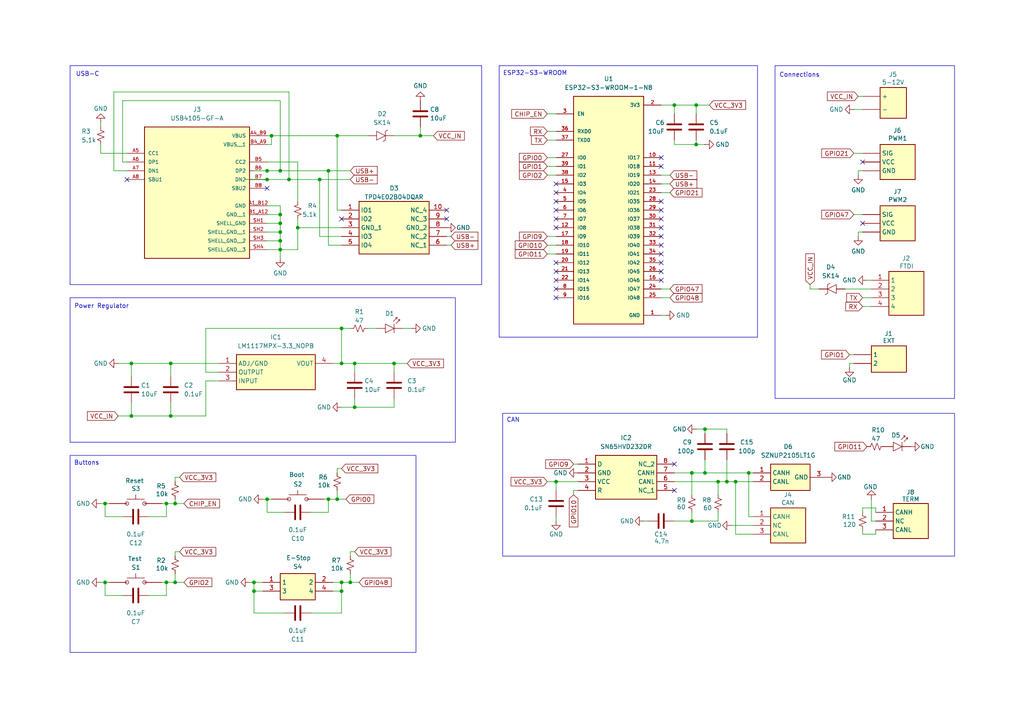
<source format=kicad_sch>
(kicad_sch (version 20231120) (generator "eeschema") (generator_version "8.0")
  (paper "A4")
  (title_block (title "MotorMaster"))
  (junction (at 81.28 49.53))
  (junction (at 213.36 139.7))
  (junction (at 204.47 124.46))
  (junction (at 102.87 118.11))
  (junction (at 210.82 139.7))
  (junction (at 200.66 137.16))
  (junction (at 99.06 105.41))
  (junction (at 48.26 146.05))
  (junction (at 78.74 39.37))
  (junction (at 49.53 105.41))
  (junction (at 95.25 49.53))
  (junction (at 73.66 171.45))
  (junction (at 81.28 72.39))
  (junction (at 30.48 168.91))
  (junction (at 204.47 137.16))
  (junction (at 73.66 168.91))
  (junction (at 201.93 30.48))
  (junction (at 161.29 139.7))
  (junction (at 114.3 105.41))
  (junction (at 81.28 64.77))
  (junction (at 92.71 52.07))
  (junction (at 200.66 151.13))
  (junction (at 99.06 168.91))
  (junction (at 99.06 171.45))
  (junction (at 195.58 30.48))
  (junction (at 77.47 144.78))
  (junction (at 49.53 120.65))
  (junction (at 81.28 67.31))
  (junction (at 86.36 66.04))
  (junction (at 201.93 41.91))
  (junction (at 217.17 137.16))
  (junction (at 97.79 39.37))
  (junction (at 83.82 52.07))
  (junction (at 77.47 49.53))
  (junction (at 81.28 62.23))
  (junction (at 102.87 105.41))
  (junction (at 30.48 146.05))
  (junction (at 99.06 95.25))
  (junction (at 81.28 69.85))
  (junction (at 50.8 168.91))
  (junction (at 38.1 105.41))
  (junction (at 48.26 168.91))
  (junction (at 38.1 120.65))
  (junction (at 97.79 144.78))
  (junction (at 101.6 168.91))
  (junction (at 50.8 146.05))
  (junction (at 95.25 144.78))
  (junction (at 208.28 139.7))
  (junction (at 77.47 52.07))
  (junction (at 121.92 39.37))
  (no_connect (at 161.29 78.74))
  (no_connect (at 191.77 45.72))
  (no_connect (at 161.29 60.96))
  (no_connect (at 161.29 83.82))
  (no_connect (at 161.29 55.88))
  (no_connect (at 161.29 86.36))
  (no_connect (at 191.77 76.2))
  (no_connect (at 99.06 63.5))
  (no_connect (at 191.77 58.42))
  (no_connect (at 191.77 48.26))
  (no_connect (at 161.29 58.42))
  (no_connect (at 195.58 134.62))
  (no_connect (at 129.54 63.5))
  (no_connect (at 161.29 53.34))
  (no_connect (at 36.83 52.07))
  (no_connect (at 191.77 78.74))
  (no_connect (at 191.77 81.28))
  (no_connect (at 161.29 66.04))
  (no_connect (at 250.19 64.77))
  (no_connect (at 161.29 81.28))
  (no_connect (at 129.54 60.96))
  (no_connect (at 161.29 63.5))
  (no_connect (at 191.77 66.04))
  (no_connect (at 191.77 60.96))
  (no_connect (at 191.77 73.66))
  (no_connect (at 161.29 76.2))
  (no_connect (at 77.47 54.61))
  (no_connect (at 250.19 46.99))
  (no_connect (at 191.77 71.12))
  (no_connect (at 191.77 68.58))
  (no_connect (at 191.77 63.5))
  (no_connect (at 195.58 142.24))
  (wire (pts (xy 114.3 39.37) (xy 121.92 39.37)))
  (wire (pts (xy 81.28 69.85) (xy 81.28 72.39)))
  (wire (pts (xy 49.53 105.41) (xy 63.5 105.41)))
  (wire (pts (xy 97.79 39.37) (xy 106.68 39.37)))
  (wire (pts (xy 30.48 172.72) (xy 30.48 168.91)))
  (wire (pts (xy 250.19 147.32) (xy 250.19 148.59)))
  (wire (pts (xy 204.47 124.46) (xy 204.47 125.73)))
  (wire (pts (xy 217.17 137.16) (xy 218.44 137.16)))
  (wire (pts (xy 213.36 154.94) (xy 213.36 139.7)))
  (wire (pts (xy 121.92 36.83) (xy 121.92 39.37)))
  (wire (pts (xy 77.47 64.77) (xy 81.28 64.77)))
  (wire (pts (xy 29.21 44.45) (xy 36.83 44.45)))
  (wire (pts (xy 254 148.59) (xy 254 147.32)))
  (wire (pts (xy 129.54 68.58) (xy 130.81 68.58)))
  (wire (pts (xy 114.3 105.41) (xy 118.11 105.41)))
  (wire (pts (xy 49.53 105.41) (xy 49.53 109.22)))
  (wire (pts (xy 78.74 39.37) (xy 97.79 39.37)))
  (wire (pts (xy 77.47 59.69) (xy 81.28 59.69)))
  (wire (pts (xy 86.36 66.04) (xy 99.06 66.04)))
  (wire (pts (xy 191.77 53.34) (xy 194.31 53.34)))
  (wire (pts (xy 158.75 73.66) (xy 161.29 73.66)))
  (wire (pts (xy 95.25 71.12) (xy 95.25 49.53)))
  (wire (pts (xy 161.29 139.7) (xy 167.64 139.7)))
  (wire (pts (xy 195.58 139.7) (xy 208.28 139.7)))
  (wire (pts (xy 158.75 71.12) (xy 161.29 71.12)))
  (wire (pts (xy 208.28 139.7) (xy 210.82 139.7)))
  (wire (pts (xy 29.21 35.56) (xy 29.21 36.83)))
  (wire (pts (xy 158.75 40.64) (xy 161.29 40.64)))
  (wire (pts (xy 92.71 52.07) (xy 101.6 52.07)))
  (wire (pts (xy 195.58 40.64) (xy 195.58 41.91)))
  (wire (pts (xy 36.83 49.53) (xy 33.02 49.53)))
  (wire (pts (xy 166.37 142.24) (xy 167.64 142.24)))
  (wire (pts (xy 201.93 124.46) (xy 204.47 124.46)))
  (wire (pts (xy 97.79 135.89) (xy 97.79 137.16)))
  (wire (pts (xy 247.65 44.45) (xy 250.19 44.45)))
  (wire (pts (xy 92.71 68.58) (xy 92.71 52.07)))
  (wire (pts (xy 254 153.67) (xy 254 154.94)))
  (wire (pts (xy 81.28 59.69) (xy 81.28 62.23)))
  (wire (pts (xy 158.75 48.26) (xy 161.29 48.26)))
  (wire (pts (xy 72.39 168.91) (xy 73.66 168.91)))
  (wire (pts (xy 200.66 137.16) (xy 200.66 143.51)))
  (wire (pts (xy 38.1 105.41) (xy 49.53 105.41)))
  (wire (pts (xy 114.3 118.11) (xy 102.87 118.11)))
  (wire (pts (xy 38.1 116.84) (xy 38.1 120.65)))
  (wire (pts (xy 77.47 69.85) (xy 81.28 69.85)))
  (wire (pts (xy 48.26 146.05) (xy 50.8 146.05)))
  (wire (pts (xy 76.2 144.78) (xy 77.47 144.78)))
  (wire (pts (xy 166.37 143.51) (xy 166.37 142.24)))
  (wire (pts (xy 99.06 68.58) (xy 92.71 68.58)))
  (wire (pts (xy 248.92 49.53) (xy 250.19 49.53)))
  (wire (pts (xy 99.06 105.41) (xy 102.87 105.41)))
  (wire (pts (xy 208.28 151.13) (xy 200.66 151.13)))
  (wire (pts (xy 78.74 41.91) (xy 78.74 39.37)))
  (wire (pts (xy 81.28 29.21) (xy 81.28 49.53)))
  (wire (pts (xy 59.69 107.95) (xy 59.69 95.25)))
  (wire (pts (xy 77.47 62.23) (xy 81.28 62.23)))
  (wire (pts (xy 116.84 95.25) (xy 119.38 95.25)))
  (wire (pts (xy 99.06 95.25) (xy 99.06 105.41)))
  (wire (pts (xy 48.26 172.72) (xy 48.26 168.91)))
  (wire (pts (xy 81.28 62.23) (xy 81.28 64.77)))
  (wire (pts (xy 161.29 151.13) (xy 161.29 149.86)))
  (wire (pts (xy 248.92 50.8) (xy 248.92 49.53)))
  (wire (pts (xy 33.02 26.67) (xy 83.82 26.67)))
  (wire (pts (xy 36.83 46.99) (xy 35.56 46.99)))
  (wire (pts (xy 195.58 41.91) (xy 201.93 41.91)))
  (wire (pts (xy 191.77 55.88) (xy 194.31 55.88)))
  (wire (pts (xy 59.69 120.65) (xy 59.69 110.49)))
  (wire (pts (xy 30.48 146.05) (xy 31.75 146.05)))
  (wire (pts (xy 245.11 83.82) (xy 252.73 83.82)))
  (wire (pts (xy 71.12 52.07) (xy 77.47 52.07)))
  (wire (pts (xy 29.21 41.91) (xy 29.21 44.45)))
  (wire (pts (xy 106.68 95.25) (xy 109.22 95.25)))
  (wire (pts (xy 96.52 168.91) (xy 99.06 168.91)))
  (wire (pts (xy 114.3 105.41) (xy 114.3 107.95)))
  (wire (pts (xy 195.58 30.48) (xy 195.58 33.02)))
  (wire (pts (xy 59.69 110.49) (xy 63.5 110.49)))
  (wire (pts (xy 43.18 149.86) (xy 48.26 149.86)))
  (wire (pts (xy 254 154.94) (xy 250.19 154.94)))
  (wire (pts (xy 38.1 120.65) (xy 49.53 120.65)))
  (wire (pts (xy 73.66 177.8) (xy 73.66 171.45)))
  (wire (pts (xy 95.25 148.59) (xy 95.25 144.78)))
  (wire (pts (xy 101.6 168.91) (xy 104.14 168.91)))
  (wire (pts (xy 81.28 72.39) (xy 81.28 74.93)))
  (wire (pts (xy 201.93 40.64) (xy 201.93 41.91)))
  (wire (pts (xy 86.36 46.99) (xy 86.36 58.42)))
  (wire (pts (xy 195.58 151.13) (xy 200.66 151.13)))
  (wire (pts (xy 246.38 105.41) (xy 247.65 105.41)))
  (wire (pts (xy 96.52 171.45) (xy 99.06 171.45)))
  (wire (pts (xy 49.53 120.65) (xy 59.69 120.65)))
  (wire (pts (xy 217.17 137.16) (xy 217.17 149.86)))
  (wire (pts (xy 246.38 102.87) (xy 247.65 102.87)))
  (wire (pts (xy 101.6 166.37) (xy 101.6 168.91)))
  (wire (pts (xy 81.28 67.31) (xy 81.28 69.85)))
  (wire (pts (xy 212.09 152.4) (xy 218.44 152.4)))
  (wire (pts (xy 77.47 41.91) (xy 78.74 41.91)))
  (wire (pts (xy 237.49 83.82) (xy 234.95 83.82)))
  (wire (pts (xy 77.47 39.37) (xy 78.74 39.37)))
  (wire (pts (xy 129.54 71.12) (xy 130.81 71.12)))
  (wire (pts (xy 81.28 49.53) (xy 77.47 49.53)))
  (wire (pts (xy 101.6 160.02) (xy 101.6 161.29)))
  (wire (pts (xy 210.82 133.35) (xy 210.82 139.7)))
  (wire (pts (xy 250.19 153.67) (xy 250.19 154.94)))
  (wire (pts (xy 158.75 68.58) (xy 161.29 68.58)))
  (wire (pts (xy 210.82 139.7) (xy 213.36 139.7)))
  (wire (pts (xy 63.5 107.95) (xy 59.69 107.95)))
  (wire (pts (xy 35.56 149.86) (xy 30.48 149.86)))
  (wire (pts (xy 35.56 29.21) (xy 81.28 29.21)))
  (wire (pts (xy 82.55 177.8) (xy 73.66 177.8)))
  (wire (pts (xy 30.48 168.91) (xy 31.75 168.91)))
  (wire (pts (xy 48.26 149.86) (xy 48.26 146.05)))
  (wire (pts (xy 99.06 71.12) (xy 95.25 71.12)))
  (wire (pts (xy 200.66 137.16) (xy 204.47 137.16)))
  (wire (pts (xy 77.47 148.59) (xy 77.47 144.78)))
  (wire (pts (xy 99.06 177.8) (xy 99.06 171.45)))
  (wire (pts (xy 50.8 166.37) (xy 50.8 168.91)))
  (wire (pts (xy 158.75 33.02) (xy 161.29 33.02)))
  (wire (pts (xy 86.36 72.39) (xy 81.28 72.39)))
  (wire (pts (xy 158.75 38.1) (xy 161.29 38.1)))
  (wire (pts (xy 73.66 171.45) (xy 76.2 171.45)))
  (wire (pts (xy 83.82 52.07) (xy 92.71 52.07)))
  (wire (pts (xy 248.92 27.94) (xy 250.19 27.94)))
  (wire (pts (xy 191.77 83.82) (xy 194.31 83.82)))
  (wire (pts (xy 114.3 115.57) (xy 114.3 118.11)))
  (wire (pts (xy 43.18 172.72) (xy 48.26 172.72)))
  (wire (pts (xy 99.06 105.41) (xy 96.52 105.41)))
  (wire (pts (xy 204.47 137.16) (xy 217.17 137.16)))
  (wire (pts (xy 77.47 144.78) (xy 78.74 144.78)))
  (wire (pts (xy 86.36 63.5) (xy 86.36 66.04)))
  (wire (pts (xy 166.37 134.62) (xy 167.64 134.62)))
  (wire (pts (xy 29.21 168.91) (xy 30.48 168.91)))
  (wire (pts (xy 99.06 60.96) (xy 97.79 60.96)))
  (wire (pts (xy 254 147.32) (xy 250.19 147.32)))
  (wire (pts (xy 234.95 83.82) (xy 234.95 82.55)))
  (wire (pts (xy 59.69 95.25) (xy 99.06 95.25)))
  (wire (pts (xy 186.69 151.13) (xy 187.96 151.13)))
  (wire (pts (xy 210.82 124.46) (xy 204.47 124.46)))
  (wire (pts (xy 213.36 139.7) (xy 218.44 139.7)))
  (wire (pts (xy 90.17 177.8) (xy 99.06 177.8)))
  (wire (pts (xy 204.47 133.35) (xy 204.47 137.16)))
  (wire (pts (xy 48.26 168.91) (xy 50.8 168.91)))
  (wire (pts (xy 73.66 168.91) (xy 76.2 168.91)))
  (wire (pts (xy 248.92 68.58) (xy 248.92 67.31)))
  (wire (pts (xy 158.75 139.7) (xy 161.29 139.7)))
  (wire (pts (xy 121.92 39.37) (xy 125.73 39.37)))
  (wire (pts (xy 161.29 139.7) (xy 161.29 142.24)))
  (wire (pts (xy 218.44 154.94) (xy 213.36 154.94)))
  (wire (pts (xy 83.82 26.67) (xy 83.82 52.07)))
  (wire (pts (xy 97.79 144.78) (xy 100.33 144.78)))
  (wire (pts (xy 82.55 148.59) (xy 77.47 148.59)))
  (wire (pts (xy 201.93 30.48) (xy 205.74 30.48)))
  (wire (pts (xy 97.79 142.24) (xy 97.79 144.78)))
  (wire (pts (xy 102.87 115.57) (xy 102.87 118.11)))
  (wire (pts (xy 46.99 146.05) (xy 48.26 146.05)))
  (wire (pts (xy 50.8 168.91) (xy 53.34 168.91)))
  (wire (pts (xy 52.07 160.02) (xy 50.8 160.02)))
  (wire (pts (xy 34.29 120.65) (xy 38.1 120.65)))
  (wire (pts (xy 46.99 168.91) (xy 48.26 168.91)))
  (wire (pts (xy 50.8 138.43) (xy 50.8 139.7)))
  (wire (pts (xy 81.28 49.53) (xy 95.25 49.53)))
  (wire (pts (xy 251.46 81.28) (xy 252.73 81.28)))
  (wire (pts (xy 218.44 149.86) (xy 217.17 149.86)))
  (wire (pts (xy 33.02 49.53) (xy 33.02 26.67)))
  (wire (pts (xy 210.82 125.73) (xy 210.82 124.46)))
  (wire (pts (xy 201.93 41.91) (xy 204.47 41.91)))
  (wire (pts (xy 191.77 86.36) (xy 194.31 86.36)))
  (wire (pts (xy 248.92 67.31) (xy 250.19 67.31)))
  (wire (pts (xy 34.29 105.41) (xy 38.1 105.41)))
  (wire (pts (xy 195.58 30.48) (xy 201.93 30.48)))
  (wire (pts (xy 29.21 146.05) (xy 30.48 146.05)))
  (wire (pts (xy 86.36 66.04) (xy 86.36 72.39)))
  (wire (pts (xy 158.75 50.8) (xy 161.29 50.8)))
  (wire (pts (xy 254 151.13) (xy 252.73 151.13)))
  (wire (pts (xy 50.8 146.05) (xy 53.34 146.05)))
  (wire (pts (xy 246.38 106.68) (xy 246.38 105.41)))
  (wire (pts (xy 99.06 168.91) (xy 101.6 168.91)))
  (wire (pts (xy 247.65 31.75) (xy 250.19 31.75)))
  (wire (pts (xy 49.53 116.84) (xy 49.53 120.65)))
  (wire (pts (xy 208.28 148.59) (xy 208.28 151.13)))
  (wire (pts (xy 83.82 52.07) (xy 77.47 52.07)))
  (wire (pts (xy 102.87 118.11) (xy 99.06 118.11)))
  (wire (pts (xy 193.04 91.44) (xy 191.77 91.44)))
  (wire (pts (xy 97.79 39.37) (xy 97.79 60.96)))
  (wire (pts (xy 158.75 45.72) (xy 161.29 45.72)))
  (wire (pts (xy 191.77 30.48) (xy 195.58 30.48)))
  (wire (pts (xy 90.17 148.59) (xy 95.25 148.59)))
  (wire (pts (xy 30.48 149.86) (xy 30.48 146.05)))
  (wire (pts (xy 52.07 138.43) (xy 50.8 138.43)))
  (wire (pts (xy 250.19 88.9) (xy 252.73 88.9)))
  (wire (pts (xy 77.47 46.99) (xy 86.36 46.99)))
  (wire (pts (xy 95.25 49.53) (xy 101.6 49.53)))
  (wire (pts (xy 73.66 49.53) (xy 77.47 49.53)))
  (wire (pts (xy 102.87 160.02) (xy 101.6 160.02)))
  (wire (pts (xy 195.58 137.16) (xy 200.66 137.16)))
  (wire (pts (xy 35.56 172.72) (xy 30.48 172.72)))
  (wire (pts (xy 50.8 160.02) (xy 50.8 161.29)))
  (wire (pts (xy 77.47 67.31) (xy 81.28 67.31)))
  (wire (pts (xy 73.66 171.45) (xy 73.66 168.91)))
  (wire (pts (xy 93.98 144.78) (xy 95.25 144.78)))
  (wire (pts (xy 38.1 105.41) (xy 38.1 109.22)))
  (wire (pts (xy 250.19 86.36) (xy 252.73 86.36)))
  (wire (pts (xy 99.06 95.25) (xy 101.6 95.25)))
  (wire (pts (xy 81.28 64.77) (xy 81.28 67.31)))
  (wire (pts (xy 208.28 139.7) (xy 208.28 143.51)))
  (wire (pts (xy 191.77 50.8) (xy 194.31 50.8)))
  (wire (pts (xy 252.73 144.78) (xy 252.73 151.13)))
  (wire (pts (xy 77.47 72.39) (xy 81.28 72.39)))
  (wire (pts (xy 99.06 135.89) (xy 97.79 135.89)))
  (wire (pts (xy 99.06 171.45) (xy 99.06 168.91)))
  (wire (pts (xy 102.87 105.41) (xy 102.87 107.95)))
  (wire (pts (xy 102.87 105.41) (xy 114.3 105.41)))
  (wire (pts (xy 35.56 46.99) (xy 35.56 29.21)))
  (wire (pts (xy 95.25 144.78) (xy 97.79 144.78)))
  (wire (pts (xy 201.93 30.48) (xy 201.93 33.02)))
  (wire (pts (xy 50.8 144.78) (xy 50.8 146.05)))
  (wire (pts (xy 247.65 62.23) (xy 250.19 62.23)))
  (wire (pts (xy 200.66 151.13) (xy 200.66 148.59)))
  (rectangle (start 224.79 19.05) (end 276.86 115.57))
  (rectangle (start 144.78 19.05) (end 219.71 97.79))
  (rectangle (start 20.32 132.08) (end 120.65 189.23))
  (rectangle (start 20.32 86.36) (end 132.08 128.27))
  (rectangle (start 20.32 19.05) (end 139.7 82.55))
  (rectangle (start 145.796 119.888) (end 276.86 161.29))
  (text "USB-C" (at 25.4 21.59 0) (effects (font (size 1.27 1.27))))
  (text "Connections" (at 231.902 21.844 0) (effects (font (size 1.27 1.27))))
  (text "ESP32-S3-WROOM\n" (at 155.194 21.336 0) (effects (font (size 1.27 1.27))))
  (text "CAN" (at 148.844 121.92 0) (effects (font (size 1.27 1.27))))
  (text "Power Regulator" (at 29.464 88.9 0) (effects (font (size 1.27 1.27))))
  (text "Buttons" (at 25.146 134.366 0) (effects (font (size 1.27 1.27))))
  (global_label "TX" (shape input) (at 158.75 40.64 180) (property "Intersheetrefs" "${INTERSHEET_REFS}" (effects (hide yes))))
  (global_label "GPIO48" (shape input) (at 104.14 168.91 0) (property "Intersheetrefs" "${INTERSHEET_REFS}" (effects (hide yes))))
  (global_label "USB+" (shape input) (at 194.31 53.34 0) (property "Intersheetrefs" "${INTERSHEET_REFS}" (effects (hide yes))))
  (global_label "GPIO11" (shape input) (at 251.46 129.54 180) (property "Intersheetrefs" "${INTERSHEET_REFS}" (effects (hide yes))))
  (global_label "RX" (shape input) (at 158.75 38.1 180) (property "Intersheetrefs" "${INTERSHEET_REFS}" (effects (hide yes))))
  (global_label "USB+" (shape input) (at 130.81 71.12 0) (property "Intersheetrefs" "${INTERSHEET_REFS}" (effects (hide yes))))
  (global_label "TX" (shape input) (at 250.19 86.36 180) (property "Intersheetrefs" "${INTERSHEET_REFS}" (effects (hide yes))))
  (global_label "VCC_3V3" (shape input) (at 118.11 105.41 0) (property "Intersheetrefs" "${INTERSHEET_REFS}" (effects (hide yes))))
  (global_label "GPIO0" (shape input) (at 158.75 45.72 180) (property "Intersheetrefs" "${INTERSHEET_REFS}" (effects (hide yes))))
  (global_label "GPIO9" (shape input) (at 158.75 68.58 180) (property "Intersheetrefs" "${INTERSHEET_REFS}" (effects (hide yes))))
  (global_label "GPIO9" (shape input) (at 166.37 134.62 180) (property "Intersheetrefs" "${INTERSHEET_REFS}" (effects (hide yes))))
  (global_label "USB-" (shape input) (at 130.81 68.58 0) (property "Intersheetrefs" "${INTERSHEET_REFS}" (effects (hide yes))))
  (global_label "GPIO11" (shape input) (at 158.75 73.66 180) (property "Intersheetrefs" "${INTERSHEET_REFS}" (effects (hide yes))))
  (global_label "USB-" (shape input) (at 194.31 50.8 0) (property "Intersheetrefs" "${INTERSHEET_REFS}" (effects (hide yes))))
  (global_label "VCC_3V3" (shape input) (at 158.75 139.7 180) (property "Intersheetrefs" "${INTERSHEET_REFS}" (effects (hide yes))))
  (global_label "GPIO10" (shape input) (at 166.37 143.51 270) (property "Intersheetrefs" "${INTERSHEET_REFS}" (effects (hide yes))))
  (global_label "GPIO1" (shape input) (at 246.38 102.87 180) (property "Intersheetrefs" "${INTERSHEET_REFS}" (effects (hide yes))))
  (global_label "GPIO21" (shape input) (at 247.65 44.45 180) (property "Intersheetrefs" "${INTERSHEET_REFS}" (effects (hide yes))))
  (global_label "VCC_3V3" (shape input) (at 52.07 138.43 0) (property "Intersheetrefs" "${INTERSHEET_REFS}" (effects (hide yes))))
  (global_label "GPIO21" (shape input) (at 194.31 55.88 0) (property "Intersheetrefs" "${INTERSHEET_REFS}" (effects (hide yes))))
  (global_label "GPIO10" (shape input) (at 158.75 71.12 180) (property "Intersheetrefs" "${INTERSHEET_REFS}" (effects (hide yes))))
  (global_label "GPIO2" (shape input) (at 158.75 50.8 180) (property "Intersheetrefs" "${INTERSHEET_REFS}" (effects (hide yes))))
  (global_label "GPIO48" (shape input) (at 194.31 86.36 0) (property "Intersheetrefs" "${INTERSHEET_REFS}" (effects (hide yes))))
  (global_label "GPIO47" (shape input) (at 247.65 62.23 180) (property "Intersheetrefs" "${INTERSHEET_REFS}" (effects (hide yes))))
  (global_label "VCC_IN" (shape input) (at 125.73 39.37 0) (property "Intersheetrefs" "${INTERSHEET_REFS}" (effects (hide yes))))
  (global_label "VCC_IN" (shape input) (at 34.29 120.65 180) (property "Intersheetrefs" "${INTERSHEET_REFS}" (effects (hide yes))))
  (global_label "USB+" (shape input) (at 101.6 49.53 0) (property "Intersheetrefs" "${INTERSHEET_REFS}" (effects (hide yes))))
  (global_label "CHIP_EN" (shape input) (at 158.75 33.02 180) (property "Intersheetrefs" "${INTERSHEET_REFS}" (effects (hide yes))))
  (global_label "VCC_3V3" (shape input) (at 102.87 160.02 0) (property "Intersheetrefs" "${INTERSHEET_REFS}" (effects (hide yes))))
  (global_label "GPIO1" (shape input) (at 158.75 48.26 180) (property "Intersheetrefs" "${INTERSHEET_REFS}" (effects (hide yes))))
  (global_label "VCC_IN" (shape input) (at 248.92 27.94 180) (property "Intersheetrefs" "${INTERSHEET_REFS}" (effects (hide yes))))
  (global_label "VCC_IN" (shape input) (at 234.95 82.55 90) (property "Intersheetrefs" "${INTERSHEET_REFS}" (effects (hide yes))))
  (global_label "VCC_3V3" (shape input) (at 205.74 30.48 0) (property "Intersheetrefs" "${INTERSHEET_REFS}" (effects (hide yes))))
  (global_label "CHIP_EN" (shape input) (at 53.34 146.05 0) (property "Intersheetrefs" "${INTERSHEET_REFS}" (effects (hide yes))))
  (global_label "RX" (shape input) (at 250.19 88.9 180) (property "Intersheetrefs" "${INTERSHEET_REFS}" (effects (hide yes))))
  (global_label "GPIO47" (shape input) (at 194.31 83.82 0) (property "Intersheetrefs" "${INTERSHEET_REFS}" (effects (hide yes))))
  (global_label "VCC_3V3" (shape input) (at 52.07 160.02 0) (property "Intersheetrefs" "${INTERSHEET_REFS}" (effects (hide yes))))
  (global_label "GPIO2" (shape input) (at 53.34 168.91 0) (property "Intersheetrefs" "${INTERSHEET_REFS}" (effects (hide yes))))
  (global_label "GPIO0" (shape input) (at 100.33 144.78 0) (property "Intersheetrefs" "${INTERSHEET_REFS}" (effects (hide yes))))
  (global_label "USB-" (shape input) (at 101.6 52.07 0) (property "Intersheetrefs" "${INTERSHEET_REFS}" (effects (hide yes))))
  (global_label "VCC_3V3" (shape input) (at 99.06 135.89 0) (property "Intersheetrefs" "${INTERSHEET_REFS}" (effects (hide yes))))
  (symbol (lib_id "Device:R_Small_US") (at 97.79 139.7 180) (unit 1)
    (property "Reference" "R6" (at 93.726 138.43 0))
    (property "Value" "10k" (at 93.98 140.716 0))
    (property "Footprint" "Resistor_SMD:R_0603_1608Metric" (effects (hide yes)))
    (property "Description" "Resistor, small US symbol" (effects (hide yes)))
    (property "Supplier_Number" "71-CRCW0603-10K-E3" (effects (hide yes)))
    (property "Supplier" "Mouser" (effects (hide yes)))
  )
  (symbol (lib_id "Device:R_Small_US") (at 254 129.54 270) (unit 1)
    (property "Reference" "R10" (at 252.73 124.714 90) (effects (justify left)))
    (property "Value" "47" (at 252.73 127.254 90) (effects (justify left)))
    (property "Footprint" "Resistor_SMD:R_0603_1608Metric" (effects (hide yes)))
    (property "Description" "Resistor, small US symbol" (effects (hide yes)))
    (property "Supplier_Number" "71-CRCW0603-47-E3" (effects (hide yes)))
    (property "Supplier" "Mouser" (effects (hide yes)))
  )
  (symbol (lib_id "Device:R_Small_US") (at 50.8 142.24 180) (unit 1)
    (property "Reference" "R5" (at 46.736 140.97 0))
    (property "Value" "10k" (at 46.99 143.256 0))
    (property "Footprint" "Resistor_SMD:R_0603_1608Metric" (effects (hide yes)))
    (property "Description" "Resistor, small US symbol" (effects (hide yes)))
    (property "Supplier_Number" "71-CRCW0603-10K-E3" (effects (hide yes)))
    (property "Supplier" "Mouser" (effects (hide yes)))
  )
  (symbol (lib_id "Device:C") (at 38.1 113.03 0) (unit 1)
    (property "Reference" "C1" (at 40.894 111.76 0) (effects (justify left)))
    (property "Value" "10uF" (at 40.894 114.3 0) (effects (justify left)))
    (property "Footprint" "Capacitor_SMD:C_0603_1608Metric" (effects (hide yes)))
    (property "Description" "Unpolarized capacitor" (effects (hide yes)))
    (property "Supplier_Number" "80-C0603C106M9PAC" (effects (hide yes)))
    (property "Supplier" "Mouser" (effects (hide yes)))
  )
  (symbol (lib_id "Device:C") (at 121.92 33.02 0) (unit 1)
    (property "Reference" "C8" (at 124.714 31.75 0) (effects (justify left)))
    (property "Value" "10uF" (at 124.714 34.29 0) (effects (justify left)))
    (property "Footprint" "Capacitor_SMD:C_0603_1608Metric" (effects (hide yes)))
    (property "Description" "Unpolarized capacitor" (effects (hide yes)))
    (property "Supplier_Number" "80-C0603C106M9PAC" (effects (hide yes)))
    (property "Supplier" "Mouser" (effects (hide yes)))
  )
  (symbol (lib_id "power:GND") (at 129.54 66.04 90) (unit 1)
    (property "Reference" "#PWR019" (effects (hide yes)))
    (property "Value" "GND" (at 134.366 66.04 90))
    (property "Description" "Power symbol creates a global label with name \"GND\" , ground" (effects (hide yes)))
  )
  (symbol (lib_id "Device:R_Small_US") (at 101.6 163.83 180) (unit 1)
    (property "Reference" "R7" (at 97.536 162.56 0))
    (property "Value" "10k" (at 97.79 164.846 0))
    (property "Footprint" "Resistor_SMD:R_0603_1608Metric" (effects (hide yes)))
    (property "Description" "Resistor, small US symbol" (effects (hide yes)))
    (property "Supplier_Number" "71-CRCW0603-10K-E3" (effects (hide yes)))
    (property "Supplier" "Mouser" (effects (hide yes)))
  )
  (symbol (lib_id "Device:C") (at 102.87 111.76 0) (unit 1)
    (property "Reference" "C4" (at 105.664 110.49 0) (effects (justify left)))
    (property "Value" "10uF" (at 105.664 113.03 0) (effects (justify left)))
    (property "Footprint" "Capacitor_SMD:C_0603_1608Metric" (effects (hide yes)))
    (property "Description" "Unpolarized capacitor" (effects (hide yes)))
    (property "Supplier_Number" "80-C0603C106M9PAC" (effects (hide yes)))
    (property "Supplier" "Mouser" (effects (hide yes)))
  )
  (symbol (lib_id "power:GND") (at 248.92 68.58 0) (unit 1)
    (property "Reference" "#PWR015" (effects (hide yes)))
    (property "Value" "GND" (at 248.92 72.898 0))
    (property "Description" "Power symbol creates a global label with name \"GND\" , ground" (effects (hide yes)))
  )
  (symbol (lib_id "SamacSys_Parts:LM1117MPX-3.3_NOPB") (at 63.5 105.41 0) (unit 1)
    (property "Reference" "IC1" (at 80.01 97.79 0))
    (property "Value" "LM1117MPX-3.3_NOPB" (at 80.01 100.33 0))
    (property "Footprint" "SamacSys_Parts:SOT230P700X180-4N" (effects (hide yes)))
    (property "Datasheet" "http://www.ti.com/lit/ds/symlink/lm1117.pdf" (effects (hide yes)))
    (property "Description" "Space saving 800-mA low-dropout linear regulator with internal current limit" (effects (hide yes)))
    (property "Height" "1.8" (effects (hide yes)))
    (property "Mouser Part Number" "926-LM1117MPX3.3NOPB" (effects (hide yes)))
    (property "Mouser Price/Stock" "https://www.mouser.co.uk/ProductDetail/Texas-Instruments/LM1117MPX-3.3-NOPB?qs=X1J7HmVL2ZHRbBIxXi4utg%3D%3D" (effects (hide yes)))
    (property "Manufacturer_Name" "Texas Instruments" (effects (hide yes)))
    (property "Manufacturer_Part_Number" "LM1117MPX-3.3/NOPB" (effects (hide yes)))
    (property "Supplier_Number" "926-LM1117MPX3.3NOPB" (effects (hide yes)))
    (property "Supplier" "Mouser" (effects (hide yes)))
  )
  (symbol (lib_id "SamacSys_Parts:FSM4JH") (at 76.2 168.91 0) (unit 1)
    (property "Reference" "S4" (at 86.36 164.338 0))
    (property "Value" "E-Stop" (at 86.614 161.798 0))
    (property "Footprint" "SamacSys_Parts:FSM4JH" (effects (hide yes)))
    (property "Datasheet" "http://www.te.com/commerce/DocumentDelivery/DDEController?Action=showdoc&DocId=Customer+Drawing%7F1825910%7FC9%7Fpdf%7FEnglish%7FENG_CD_1825910_C9.pdf%7F1825910-6" (effects (hide yes)))
    (property "Description" "6x6mm tactile switch,5mm H 1.6N Black Button Tactile Switch, SPST-NO 50 mA@ 24 V dc 1.4mm" (effects (hide yes)))
    (property "Mouser Part Number" "506-FSM4JH" (effects (hide yes)))
    (property "Mouser Price/Stock" "https://www.mouser.co.uk/ProductDetail/TE-Connectivity-Alcoswitch/FSM4JH?qs=g%252BEszo6zu8OwVWrHD2r3Rw%3D%3D" (effects (hide yes)))
    (property "Manufacturer_Name" "TE Connectivity" (effects (hide yes)))
    (property "Manufacturer_Part_Number" "FSM4JH" (effects (hide yes)))
    (property "Supplier_Number" "506-FSM4JH" (effects (hide yes)))
    (property "Supplier" "Mouser" (effects (hide yes)))
  )
  (symbol (lib_id "power:GND") (at 240.03 138.43 90) (unit 1)
    (property "Reference" "#PWR023" (effects (hide yes)))
    (property "Value" "GND" (at 244.856 138.43 90))
    (property "Description" "Power symbol creates a global label with name \"GND\" , ground" (effects (hide yes)))
  )
  (symbol (lib_id "power:GND") (at 161.29 151.13 0) (unit 1)
    (property "Reference" "#PWR020" (effects (hide yes)))
    (property "Value" "GND" (at 161.29 154.94 0))
    (property "Description" "Power symbol creates a global label with name \"GND\" , ground" (effects (hide yes)))
  )
  (symbol (lib_id "SamacSys_Parts:TPD4E02B04DQAR") (at 99.06 60.96 0) (unit 1)
    (property "Reference" "D3" (at 114.3 54.61 0))
    (property "Value" "TPD4E02B04DQAR" (at 114.3 57.15 0))
    (property "Footprint" "SamacSys_Parts:DQA_R-PUSON-N10_" (effects (hide yes)))
    (property "Datasheet" "http://www.ti.com/lit/gpn/tpd4e02b04" (effects (hide yes)))
    (property "Description" "4-Channel ESD Protection Diode for USB Type-C and HDMI 2.0" (effects (hide yes)))
    (property "Mouser Part Number" "595-TPD4E02B04DQAR" (effects (hide yes)))
    (property "Mouser Price/Stock" "https://www.mouser.co.uk/ProductDetail/Texas-Instruments/TPD4E02B04DQAR?qs=8%2FmU9qzJpL%2FFVYtHO1iV9g%3D%3D" (effects (hide yes)))
    (property "Manufacturer_Name" "Texas Instruments" (effects (hide yes)))
    (property "Manufacturer_Part_Number" "TPD4E02B04DQAR" (effects (hide yes)))
    (property "Supplier_Number" "595-TPD4E02B04DQAR" (effects (hide yes)))
    (property "Supplier" "Mouser" (effects (hide yes)))
  )
  (symbol (lib_id "power:GND") (at 248.92 50.8 0) (unit 1)
    (property "Reference" "#PWR014" (effects (hide yes)))
    (property "Value" "GND" (at 248.92 55.118 0))
    (property "Description" "Power symbol creates a global label with name \"GND\" , ground" (effects (hide yes)))
  )
  (symbol (lib_id "SamacSys_Parts:SZNUP2105LT1G") (at 218.44 137.16 0) (unit 1)
    (property "Reference" "D6" (at 228.6 129.54 0))
    (property "Value" "SZNUP2105LT1G" (at 228.6 132.08 0))
    (property "Footprint" "SamacSys_Parts:SOT96P237X111-3N" (effects (hide yes)))
    (property "Datasheet" "http://www.onsemi.com/pub/Collateral/NUP2105L-D.PDF" (effects (hide yes)))
    (property "Description" "Dual Bi-Directional TVS Diode, 350W peak, 3-pin SOT-23" (effects (hide yes)))
    (property "Height" "1.11" (effects (hide yes)))
    (property "Mouser Part Number" "863-SZNUP2105LT1G" (effects (hide yes)))
    (property "Mouser Price/Stock" "https://www.mouser.co.uk/ProductDetail/onsemi/SZNUP2105LT1G?qs=PJJcWtbOkNWqqZbXH80dfQ%3D%3D" (effects (hide yes)))
    (property "Manufacturer_Name" "onsemi" (effects (hide yes)))
    (property "Manufacturer_Part_Number" "SZNUP2105LT1G" (effects (hide yes)))
    (property "Supplier_Number" "863-SZNUP2105LT1G" (effects (hide yes)))
    (property "Supplier" "Mouser" (effects (hide yes)))
  )
  (symbol (lib_id "power:GND") (at 121.92 29.21 180) (unit 1)
    (property "Reference" "#PWR012" (effects (hide yes)))
    (property "Value" "GND" (at 121.92 24.892 0))
    (property "Description" "Power symbol creates a global label with name \"GND\" , ground" (effects (hide yes)))
  )
  (symbol (lib_id "SamacSys_Parts:PTS636_SKG25J_SMTR_LFS") (at 39.37 146.05 0) (unit 1)
    (property "Reference" "S3" (at 38.1 141.732 0) (effects (justify left)))
    (property "Value" "Reset" (at 36.322 139.446 0) (effects (justify left)))
    (property "Footprint" "SamacSys_Parts:PTS636SKG25JSMTRLFS" (effects (hide yes)))
    (property "Datasheet" "https://www.ckswitches.com/media/2779/pts636.pdf" (effects (hide yes)))
    (property "Description" "Tactile Switches Tact 50mA 12VDC, 6.0x3.5, 2.5mm H, 250gf, J leads, Ground pin, Red Actuator" (effects (hide yes)))
    (property "Height" "2.7" (effects (hide yes)))
    (property "Mouser Part Number" "611-PTS636SKG25JSMTR" (effects (hide yes)))
    (property "Mouser Price/Stock" "https://www.mouser.co.uk/ProductDetail/CK/PTS636-SKG25J-SMTR-LFS?qs=vLWxofP3U2zmD1x5JCMkFg%3D%3D" (effects (hide yes)))
    (property "Manufacturer_Name" "C & K COMPONENTS" (effects (hide yes)))
    (property "Manufacturer_Part_Number" "PTS636 SKG25J SMTR LFS" (effects (hide yes)))
    (property "Supplier_Number" "PTS636 SKG25J SMTR LFS" (effects (hide yes)))
    (property "Supplier" "Mouser" (effects (hide yes)))
  )
  (symbol (lib_id "Device:C") (at 86.36 177.8 90) (mirror x) (unit 1)
    (property "Reference" "C11" (at 86.36 185.42 90))
    (property "Value" "0.1uF" (at 86.36 182.88 90))
    (property "Footprint" "Capacitor_SMD:C_0603_1608Metric" (effects (hide yes)))
    (property "Description" "Unpolarized capacitor" (effects (hide yes)))
    (property "Supplier_Number" "80-C603C104K5RAC3121" (effects (hide yes)))
    (property "Supplier" "Mouser" (effects (hide yes)))
  )
  (symbol (lib_id "power:GND") (at 201.93 124.46 270) (unit 1)
    (property "Reference" "#PWR022" (effects (hide yes)))
    (property "Value" "GND" (at 197.104 124.46 90))
    (property "Description" "Power symbol creates a global label with name \"GND\" , ground" (effects (hide yes)))
  )
  (symbol (lib_id "SamacSys_Parts:SN65HVD232DR") (at 167.64 134.62 0) (unit 1)
    (property "Reference" "IC2" (at 181.61 127 0))
    (property "Value" "SN65HVD232DR" (at 181.61 129.54 0))
    (property "Footprint" "SamacSys_Parts:SOIC127P600X175-8N" (effects (hide yes)))
    (property "Datasheet" "http://www.ti.com/lit/gpn/sn65hvd232" (effects (hide yes)))
    (property "Description" "3.3 V CAN Transceiver" (effects (hide yes)))
    (property "Height" "1.75" (effects (hide yes)))
    (property "Mouser Part Number" "595-SN65HVD232DR" (effects (hide yes)))
    (property "Mouser Price/Stock" "https://www.mouser.co.uk/ProductDetail/Texas-Instruments/SN65HVD232DR?qs=QViXGNcIEAtY%252BrViRMr46w%3D%3D" (effects (hide yes)))
    (property "Manufacturer_Name" "Texas Instruments" (effects (hide yes)))
    (property "Manufacturer_Part_Number" "SN65HVD232DR" (effects (hide yes)))
    (property "Supplier_Number" "595-SN65HVD232DR" (effects (hide yes)))
    (property "Supplier" "Mouser" (effects (hide yes)))
  )
  (symbol (lib_id "Device:C") (at 195.58 36.83 0) (mirror y) (unit 1)
    (property "Reference" "C6" (at 192.786 35.56 0) (effects (justify left)))
    (property "Value" "10uF" (at 192.786 38.1 0) (effects (justify left)))
    (property "Footprint" "Capacitor_SMD:C_0603_1608Metric" (effects (hide yes)))
    (property "Description" "Unpolarized capacitor" (effects (hide yes)))
    (property "Supplier_Number" "80-C0603C106M9PAC" (effects (hide yes)))
    (property "Supplier" "Mouser" (effects (hide yes)))
  )
  (symbol (lib_id "SamacSys_Parts:TSW-103-07-T-S") (at 250.19 44.45 0) (unit 1)
    (property "Reference" "J6" (at 259.08 37.846 0) (effects (justify left)))
    (property "Value" "PWM1" (at 257.556 40.132 0) (effects (justify left)))
    (property "Footprint" "SamacSys_Parts:1719710103" (effects (hide yes)))
    (property "Datasheet" "http://suddendocs.samtec.com/prints/tsw-xxx-xx-xxx-x-xx-xxx-mkt.pdf" (effects (hide yes)))
    (property "Description" "3 Position, Single Row, Classic PCB Header Strips, 0.100&quot; pitch" (effects (hide yes)))
    (property "Mouser Part Number" "200-TSW10307TS" (effects (hide yes)))
    (property "Mouser Price/Stock" "https://www.mouser.co.uk/ProductDetail/Samtec/TSW-103-07-T-S?qs=hzq9O0YpnZs1xDByQQIs%2FQ%3D%3D" (effects (hide yes)))
    (property "Manufacturer_Name" "SAMTEC" (effects (hide yes)))
    (property "Manufacturer_Part_Number" "TSW-103-07-T-S" (effects (hide yes)))
    (property "Supplier_Number" "538-171971-0103" (effects (hide yes)))
    (property "Supplier" "Mouser" (effects (hide yes)))
  )
  (symbol (lib_id "Device:R_Small_US") (at 208.28 146.05 180) (unit 1)
    (property "Reference" "R8" (at 204.978 145.034 0))
    (property "Value" "60" (at 205.232 147.32 0))
    (property "Footprint" "Resistor_SMD:R_1206_3216Metric" (effects (hide yes)))
    (property "Description" "Resistor, small US symbol" (effects (hide yes)))
    (property "Supplier_Number" "71-CRCW120660R0KNAIF" (effects (hide yes)))
    (property "Supplier" "Mouser" (effects (hide yes)))
  )
  (symbol (lib_id "SamacSys_Parts:150060RS75000") (at 114.3 95.25 0) (unit 1)
    (property "Reference" "D1" (at 113.03 90.932 0))
    (property "Value" "150060RS75000" (effects (hide yes)))
    (property "Footprint" "SamacSys_Parts:LEDC1608X80N" (effects (hide yes)))
    (property "Datasheet" "http://katalog.we-online.de/led/datasheet/150060RS75000.pdf" (effects (hide yes)))
    (property "Description" "WURTH ELEKTRONIK - 150060RS75000 - LED, 0603, RED, 250MCD, 625NM" (effects (hide yes)))
    (property "Height" "0.8" (effects (hide yes)))
    (property "Mouser Part Number" "710-150060RS75000" (effects (hide yes)))
    (property "Mouser Price/Stock" "https://www.mouser.co.uk/ProductDetail/Wurth-Elektronik/150060RS75000?qs=LlUlMxKIyB3QnmZ3fw%2FVCA%3D%3D" (effects (hide yes)))
    (property "Manufacturer_Name" "Wurth Elektronik" (effects (hide yes)))
    (property "Manufacturer_Part_Number" "150060RS75000" (effects (hide yes)))
    (property "Supplier_Number" "710-150060RS75000" (effects (hide yes)))
    (property "Supplier" "Mouser" (effects (hide yes)))
  )
  (symbol (lib_id "power:GND") (at 72.39 168.91 270) (unit 1)
    (property "Reference" "#PWR013" (effects (hide yes)))
    (property "Value" "GND" (at 67.31 168.91 90))
    (property "Description" "Power symbol creates a global label with name \"GND\" , ground" (effects (hide yes)))
  )
  (symbol (lib_id "power:GND") (at 81.28 74.93 0) (unit 1)
    (property "Reference" "#PWR01" (effects (hide yes)))
    (property "Value" "GND" (at 81.28 79.248 0))
    (property "Description" "Power symbol creates a global label with name \"GND\" , ground" (effects (hide yes)))
  )
  (symbol (lib_id "SamacSys_Parts:SK14") (at 114.3 39.37 180) (unit 1)
    (property "Reference" "D2" (at 110.8399 33.02 0))
    (property "Value" "SK14" (at 110.8399 35.56 0))
    (property "Footprint" "DIONM5027X250N" (effects (hide yes)))
    (property "Datasheet" "https://www.arrow.com/en/products/sk14/diotec-semiconductor-ag?region=europe" (effects (hide yes)))
    (property "Description" "Schottky Diodes & Rectifiers Schottky, SMA, 40V, 1A" (effects (hide yes)))
    (property "Height" "2.5" (effects (hide yes)))
    (property "Mouser Part Number" "637-SK14" (effects (hide yes)))
    (property "Mouser Price/Stock" "https://www.mouser.co.uk/ProductDetail/Diotec-Semiconductor/SK14?qs=OlC7AqGiEDkqBnpJlZ2UeA%3D%3D" (effects (hide yes)))
    (property "Manufacturer_Name" "Diotec" (effects (hide yes)))
    (property "Manufacturer_Part_Number" "SK14" (effects (hide yes)))
    (property "Supplier_Number" "637-SK14" (effects (hide yes)))
    (property "Supplier" "Mouser" (effects (hide yes)))
  )
  (symbol (lib_id "SamacSys_Parts:SK14") (at 237.49 83.82 0) (unit 1)
    (property "Reference" "D4" (at 240.9501 77.47 0))
    (property "Value" "SK14" (at 240.9501 80.01 0))
    (property "Footprint" "DIONM5027X250N" (effects (hide yes)))
    (property "Datasheet" "https://www.arrow.com/en/products/sk14/diotec-semiconductor-ag?region=europe" (effects (hide yes)))
    (property "Description" "Schottky Diodes & Rectifiers Schottky, SMA, 40V, 1A" (effects (hide yes)))
    (property "Height" "2.5" (effects (hide yes)))
    (property "Mouser Part Number" "637-SK14" (effects (hide yes)))
    (property "Mouser Price/Stock" "https://www.mouser.co.uk/ProductDetail/Diotec-Semiconductor/SK14?qs=OlC7AqGiEDkqBnpJlZ2UeA%3D%3D" (effects (hide yes)))
    (property "Manufacturer_Name" "Diotec" (effects (hide yes)))
    (property "Manufacturer_Part_Number" "SK14" (effects (hide yes)))
    (property "Supplier_Number" "637-SK14" (effects (hide yes)))
    (property "Supplier" "Mouser" (effects (hide yes)))
  )
  (symbol (lib_id "Device:R_Small_US") (at 200.66 146.05 180) (unit 1)
    (property "Reference" "R9" (at 197.612 145.034 0))
    (property "Value" "60" (at 197.612 147.066 0))
    (property "Footprint" "Resistor_SMD:R_1206_3216Metric" (effects (hide yes)))
    (property "Description" "Resistor, small US symbol" (effects (hide yes)))
    (property "Supplier_Number" "71-CRCW120660R0KNAIF" (effects (hide yes)))
    (property "Supplier" "Mouser" (effects (hide yes)))
  )
  (symbol (lib_id "SamacSys_Parts:PTS636_SKG25J_SMTR_LFS") (at 86.36 144.78 0) (unit 1)
    (property "Reference" "S2" (at 85.09 140.462 0) (effects (justify left)))
    (property "Value" "Boot" (at 83.82 137.668 0) (effects (justify left)))
    (property "Footprint" "SamacSys_Parts:PTS636SKG25JSMTRLFS" (effects (hide yes)))
    (property "Datasheet" "https://www.ckswitches.com/media/2779/pts636.pdf" (effects (hide yes)))
    (property "Description" "Tactile Switches Tact 50mA 12VDC, 6.0x3.5, 2.5mm H, 250gf, J leads, Ground pin, Red Actuator" (effects (hide yes)))
    (property "Height" "2.7" (effects (hide yes)))
    (property "Mouser Part Number" "611-PTS636SKG25JSMTR" (effects (hide yes)))
    (property "Mouser Price/Stock" "https://www.mouser.co.uk/ProductDetail/CK/PTS636-SKG25J-SMTR-LFS?qs=vLWxofP3U2zmD1x5JCMkFg%3D%3D" (effects (hide yes)))
    (property "Manufacturer_Name" "C & K COMPONENTS" (effects (hide yes)))
    (property "Manufacturer_Part_Number" "PTS636 SKG25J SMTR LFS" (effects (hide yes)))
    (property "Supplier_Number" "PTS636 SKG25J SMTR LFS" (effects (hide yes)))
    (property "Supplier" "Mouser" (effects (hide yes)))
  )
  (symbol (lib_id "SamacSys_Parts:150060RS75000") (at 261.62 129.54 0) (unit 1)
    (property "Reference" "D5" (at 259.842 126.238 0))
    (property "Value" "150060RS75000" (effects (hide yes)))
    (property "Footprint" "SamacSys_Parts:LEDC1608X80N" (effects (hide yes)))
    (property "Datasheet" "http://katalog.we-online.de/led/datasheet/150060RS75000.pdf" (effects (hide yes)))
    (property "Description" "WURTH ELEKTRONIK - 150060RS75000 - LED, 0603, RED, 250MCD, 625NM" (effects (hide yes)))
    (property "Height" "0.8" (effects (hide yes)))
    (property "Mouser Part Number" "710-150060RS75000" (effects (hide yes)))
    (property "Mouser Price/Stock" "https://www.mouser.co.uk/ProductDetail/Wurth-Elektronik/150060RS75000?qs=LlUlMxKIyB3QnmZ3fw%2FVCA%3D%3D" (effects (hide yes)))
    (property "Manufacturer_Name" "Wurth Elektronik" (effects (hide yes)))
    (property "Manufacturer_Part_Number" "150060RS75000" (effects (hide yes)))
    (property "Supplier_Number" "710-150060RS75000" (effects (hide yes)))
    (property "Supplier" "Mouser" (effects (hide yes)))
  )
  (symbol (lib_id "power:GND") (at 193.04 91.44 90) (unit 1)
    (property "Reference" "#PWR06" (effects (hide yes)))
    (property "Value" "GND" (at 198.12 91.44 90))
    (property "Description" "Power symbol creates a global label with name \"GND\" , ground" (effects (hide yes)))
  )
  (symbol (lib_id "SamacSys_Parts:TSW-103-07-T-S") (at 250.19 62.23 0) (unit 1)
    (property "Reference" "J7" (at 259.08 55.626 0) (effects (justify left)))
    (property "Value" "PWM2" (at 257.556 57.912 0) (effects (justify left)))
    (property "Footprint" "SamacSys_Parts:1719710103" (effects (hide yes)))
    (property "Datasheet" "http://suddendocs.samtec.com/prints/tsw-xxx-xx-xxx-x-xx-xxx-mkt.pdf" (effects (hide yes)))
    (property "Description" "3 Position, Single Row, Classic PCB Header Strips, 0.100&quot; pitch" (effects (hide yes)))
    (property "Mouser Part Number" "200-TSW10307TS" (effects (hide yes)))
    (property "Mouser Price/Stock" "https://www.mouser.co.uk/ProductDetail/Samtec/TSW-103-07-T-S?qs=hzq9O0YpnZs1xDByQQIs%2FQ%3D%3D" (effects (hide yes)))
    (property "Manufacturer_Name" "SAMTEC" (effects (hide yes)))
    (property "Manufacturer_Part_Number" "TSW-103-07-T-S" (effects (hide yes)))
    (property "Supplier_Number" "538-171971-0103" (effects (hide yes)))
    (property "Supplier" "Mouser" (effects (hide yes)))
  )
  (symbol (lib_id "power:GND") (at 167.64 137.16 270) (unit 1)
    (property "Reference" "#PWR018" (effects (hide yes)))
    (property "Value" "GND" (at 162.56 137.16 90))
    (property "Description" "Power symbol creates a global label with name \"GND\" , ground" (effects (hide yes)))
  )
  (symbol (lib_id "Device:R_Small_US") (at 50.8 163.83 180) (unit 1)
    (property "Reference" "R2" (at 46.736 162.56 0))
    (property "Value" "10k" (at 46.99 164.846 0))
    (property "Footprint" "Resistor_SMD:R_0603_1608Metric" (effects (hide yes)))
    (property "Description" "Resistor, small US symbol" (effects (hide yes)))
    (property "Supplier_Number" "71-CRCW0603-10K-E3" (effects (hide yes)))
    (property "Supplier" "Mouser" (effects (hide yes)))
  )
  (symbol (lib_id "Device:R_Small_US") (at 86.36 60.96 0) (mirror y) (unit 1)
    (property "Reference" "R4" (at 91.948 59.69 0) (effects (justify left)))
    (property "Value" "5.1k" (at 91.948 62.23 0) (effects (justify left)))
    (property "Footprint" "Resistor_SMD:R_0603_1608Metric" (effects (hide yes)))
    (property "Description" "Resistor, small US symbol" (effects (hide yes)))
    (property "Supplier_Number" "71-CRCW0603-5.1K-E3" (effects (hide yes)))
    (property "Supplier" "Mouser" (effects (hide yes)))
  )
  (symbol (lib_name "TSW-103-07-T-S_2") (lib_id "SamacSys_Parts:TSW-103-07-T-S") (at 218.44 149.86 0) (unit 1)
    (property "Reference" "J4" (at 227.33 143.51 0) (effects (justify left)))
    (property "Value" "CAN" (at 226.568 145.796 0) (effects (justify left)))
    (property "Footprint" "SamacSys_Parts:1719710103" (effects (hide yes)))
    (property "Datasheet" "http://suddendocs.samtec.com/prints/tsw-xxx-xx-xxx-x-xx-xxx-mkt.pdf" (effects (hide yes)))
    (property "Description" "3 Position, Single Row, Classic PCB Header Strips, 0.100&quot; pitch" (effects (hide yes)))
    (property "Mouser Part Number" "200-TSW10307TS" (effects (hide yes)))
    (property "Mouser Price/Stock" "https://www.mouser.co.uk/ProductDetail/Samtec/TSW-103-07-T-S?qs=hzq9O0YpnZs1xDByQQIs%2FQ%3D%3D" (effects (hide yes)))
    (property "Manufacturer_Name" "SAMTEC" (effects (hide yes)))
    (property "Manufacturer_Part_Number" "TSW-103-07-T-S" (effects (hide yes)))
    (property "Supplier_Number" "538-171971-0103" (effects (hide yes)))
    (property "Supplier" "Mouser" (effects (hide yes)))
  )
  (symbol (lib_id "power:GND") (at 76.2 144.78 270) (unit 1)
    (property "Reference" "#PWR09" (effects (hide yes)))
    (property "Value" "GND" (at 71.12 144.78 90))
    (property "Description" "Power symbol creates a global label with name \"GND\" , ground" (effects (hide yes)))
  )
  (symbol (lib_id "power:GND") (at 34.29 105.41 270) (unit 1)
    (property "Reference" "#PWR03" (effects (hide yes)))
    (property "Value" "GND" (at 29.21 105.41 90))
    (property "Description" "Power symbol creates a global label with name \"GND\" , ground" (effects (hide yes)))
  )
  (symbol (lib_id "SamacSys_Parts:1190297") (at 250.19 27.94 0) (unit 1)
    (property "Reference" "J5" (at 257.81 21.59 0) (effects (justify left)))
    (property "Value" "5-12V" (at 255.778 23.876 0) (effects (justify left)))
    (property "Footprint" "SamacSys_Parts:1190297" (effects (hide yes)))
    (property "Datasheet" "https://g.componentsearchengine.com/Datasheets/0/15169004.pdf" (effects (hide yes)))
    (property "Description" "PCB terminal block, nominal current: 24 A, rated voltage (III/2): 400 V, nominal cross section: 2.5 mm2, number of potentials: 2, number of rows: 1, number of positions per row: 2, product range: LPT 2,5/, pitch: 5 mm, connection method: Lever Push-in connection, mounting: Wave soldering, conductor/PCB connection direction: 0 , color: green, Pin layout: Linear pinning, Solder pin [P]: 3.5 mm, type of packaging: packed in cardboard" (effects (hide yes)))
    (property "Height" "23.58" (effects (hide yes)))
    (property "Mouser Part Number" "651-1190297" (effects (hide yes)))
    (property "Mouser Price/Stock" "https://www.mouser.co.uk/ProductDetail/Phoenix-Contact/1190297?qs=QNEnbhJQKvaBinyAO%252BdsFA%3D%3D" (effects (hide yes)))
    (property "Manufacturer_Name" "Phoenix Contact" (effects (hide yes)))
    (property "Manufacturer_Part_Number" "1190297" (effects (hide yes)))
    (property "Supplier_Number" "651-1190297" (effects (hide yes)))
    (property "Supplier" "Mouser" (effects (hide yes)))
  )
  (symbol (lib_id "Device:C") (at 204.47 129.54 0) (mirror x) (unit 1)
    (property "Reference" "C9" (at 200.66 128.2699 0) (effects (justify right)))
    (property "Value" "100p" (at 201.422 130.81 0) (effects (justify right)))
    (property "Footprint" "Capacitor_SMD:C_0603_1608Metric" (effects (hide yes)))
    (property "Description" "Unpolarized capacitor" (effects (hide yes)))
    (property "Supplier_Number" "80-C0603C101J1GACLR" (effects (hide yes)))
    (property "Supplier" "Mouser" (effects (hide yes)))
  )
  (symbol (lib_id "SamacSys_Parts:PTS636_SKG25J_SMTR_LFS") (at 39.37 168.91 0) (unit 1)
    (property "Reference" "S1" (at 38.1 164.592 0) (effects (justify left)))
    (property "Value" "Test" (at 37.084 162.052 0) (effects (justify left)))
    (property "Footprint" "SamacSys_Parts:PTS636SKG25JSMTRLFS" (effects (hide yes)))
    (property "Datasheet" "https://www.ckswitches.com/media/2779/pts636.pdf" (effects (hide yes)))
    (property "Description" "Tactile Switches Tact 50mA 12VDC, 6.0x3.5, 2.5mm H, 250gf, J leads, Ground pin, Red Actuator" (effects (hide yes)))
    (property "Height" "2.7" (effects (hide yes)))
    (property "Mouser Part Number" "611-PTS636SKG25JSMTR" (effects (hide yes)))
    (property "Mouser Price/Stock" "https://www.mouser.co.uk/ProductDetail/CK/PTS636-SKG25J-SMTR-LFS?qs=vLWxofP3U2zmD1x5JCMkFg%3D%3D" (effects (hide yes)))
    (property "Manufacturer_Name" "C & K COMPONENTS" (effects (hide yes)))
    (property "Manufacturer_Part_Number" "PTS636 SKG25J SMTR LFS" (effects (hide yes)))
    (property "Supplier_Number" "PTS636 SKG25J SMTR LFS" (effects (hide yes)))
    (property "Supplier" "Mouser" (effects (hide yes)))
  )
  (symbol (lib_id "power:GND") (at 29.21 35.56 180) (unit 1)
    (property "Reference" "#PWR02" (effects (hide yes)))
    (property "Value" "GND" (at 29.21 31.496 0))
    (property "Description" "Power symbol creates a global label with name \"GND\" , ground" (effects (hide yes)))
  )
  (symbol (lib_id "power:GND") (at 29.21 146.05 270) (unit 1)
    (property "Reference" "#PWR08" (effects (hide yes)))
    (property "Value" "GND" (at 24.13 146.05 90))
    (property "Description" "Power symbol creates a global label with name \"GND\" , ground" (effects (hide yes)))
  )
  (symbol (lib_id "SamacSys_Parts:SSW-103-01-F-S") (at 254 148.59 0) (unit 1)
    (property "Reference" "J8" (at 262.89 142.748 0) (effects (justify left)))
    (property "Value" "TERM" (at 261.62 144.78 0) (effects (justify left)))
    (property "Footprint" "SamacSys_Parts:1719710103" (effects (hide yes)))
    (property "Datasheet" "http://suddendocs.samtec.com/prints/ssw-1xx-xx-xxx-x-xx-xxx-xx-mkt.pdf" (effects (hide yes)))
    (property "Description" "3 Position, .100&quot; Tiger Buy&trade; Socket Strip" (effects (hide yes)))
    (property "Height" "8.51" (effects (hide yes)))
    (property "Mouser Part Number" "200-SSW10301FS" (effects (hide yes)))
    (property "Mouser Price/Stock" "https://www.mouser.co.uk/ProductDetail/Samtec/SSW-103-01-F-S?qs=fnpEE5GccuPw9U6TKlPWnw%3D%3D" (effects (hide yes)))
    (property "Manufacturer_Name" "SAMTEC" (effects (hide yes)))
    (property "Manufacturer_Part_Number" "SSW-103-01-F-S" (effects (hide yes)))
    (property "Supplier_Number" "538-171971-0103" (effects (hide yes)))
    (property "Supplier" "Mouser" (effects (hide yes)))
  )
  (symbol (lib_id "Device:C") (at 49.53 113.03 0) (unit 1)
    (property "Reference" "C2" (at 53.34 111.7599 0) (effects (justify left)))
    (property "Value" "0.1uF" (at 53.34 114.2999 0) (effects (justify left)))
    (property "Footprint" "Capacitor_SMD:C_0603_1608Metric" (effects (hide yes)))
    (property "Description" "Unpolarized capacitor" (effects (hide yes)))
    (property "Supplier_Number" "80-C603C104K5RAC3121" (effects (hide yes)))
    (property "Supplier" "Mouser" (effects (hide yes)))
  )
  (symbol (lib_id "Device:C") (at 201.93 36.83 0) (unit 1)
    (property "Reference" "C5" (at 205.74 35.5599 0) (effects (justify left)))
    (property "Value" "0.1uF" (at 205.74 38.0999 0) (effects (justify left)))
    (property "Footprint" "Capacitor_SMD:C_0603_1608Metric" (effects (hide yes)))
    (property "Description" "Unpolarized capacitor" (effects (hide yes)))
    (property "Supplier_Number" "80-C603C104K5RAC3121" (effects (hide yes)))
    (property "Supplier" "Mouser" (effects (hide yes)))
  )
  (symbol (lib_id "power:GND") (at 251.46 81.28 270) (unit 1)
    (property "Reference" "#PWR010" (effects (hide yes)))
    (property "Value" "GND" (at 246.38 81.28 90))
    (property "Description" "Power symbol creates a global label with name \"GND\" , ground" (effects (hide yes)))
  )
  (symbol (lib_id "power:GND") (at 252.73 144.78 180) (unit 1)
    (property "Reference" "#PWR026" (effects (hide yes)))
    (property "Value" "GND" (at 252.476 141.224 0))
    (property "Description" "Power symbol creates a global label with name \"GND\" , ground" (effects (hide yes)))
  )
  (symbol (lib_id "SamacSys_Parts:TSW-102-07-T-S") (at 247.65 102.87 0) (unit 1)
    (property "Reference" "J1" (at 256.54 96.774 0) (effects (justify left)))
    (property "Value" "EXT" (at 256.032 98.806 0) (effects (justify left)))
    (property "Footprint" "SamacSys_Parts:TSW-102-XX-YY-S" (effects (hide yes)))
    (property "Datasheet" "http://suddendocs.samtec.com/prints/tsw-xxx-xx-xxx-x-xx-xxx-mkt.pdf" (effects (hide yes)))
    (property "Description" "2 Position, Single Row, Classic PCB Header Strips, 0.100&quot; pitch" (effects (hide yes)))
    (property "Mouser Part Number" "200-TSW10207TS" (effects (hide yes)))
    (property "Mouser Price/Stock" "https://www.mouser.co.uk/ProductDetail/Samtec/TSW-102-07-T-S?qs=hzq9O0YpnZuE%252BS9CaLPVlQ%3D%3D" (effects (hide yes)))
    (property "Manufacturer_Name" "SAMTEC" (effects (hide yes)))
    (property "Manufacturer_Part_Number" "TSW-102-07-T-S" (effects (hide yes)))
    (property "Supplier_Number" "200-TSW10207TS" (effects (hide yes)))
    (property "Supplier" "Mouser" (effects (hide yes)))
  )
  (symbol (lib_id "power:GND") (at 247.65 31.75 270) (unit 1)
    (property "Reference" "#PWR017" (effects (hide yes)))
    (property "Value" "GND" (at 242.57 31.75 90))
    (property "Description" "Power symbol creates a global label with name \"GND\" , ground" (effects (hide yes)))
  )
  (symbol (lib_name "GND_1") (lib_id "power:GND") (at 29.21 168.91 270) (unit 1)
    (property "Reference" "#PWR011" (effects (hide yes)))
    (property "Value" "GND" (at 24.13 168.91 90))
    (property "Description" "Power symbol creates a global label with name \"GND\" , ground" (effects (hide yes)))
  )
  (symbol (lib_id "Device:C") (at 191.77 151.13 90) (mirror x) (unit 1)
    (property "Reference" "C14" (at 189.738 154.94 90) (effects (justify right)))
    (property "Value" "4.7n" (at 189.738 156.972 90) (effects (justify right)))
    (property "Footprint" "Capacitor_SMD:C_0603_1608Metric" (effects (hide yes)))
    (property "Description" "Unpolarized capacitor" (effects (hide yes)))
    (property "Supplier_Number" "80-C0603C472J5G" (effects (hide yes)))
    (property "Supplier" "Mouser" (effects (hide yes)))
  )
  (symbol (lib_id "power:GND") (at 264.16 129.54 90) (unit 1)
    (property "Reference" "#PWR016" (effects (hide yes)))
    (property "Value" "GND" (at 268.986 129.54 90))
    (property "Description" "Power symbol creates a global label with name \"GND\" , ground" (effects (hide yes)))
  )
  (symbol (lib_id "ESP32-S3-WROOM-1-N8:ESP32-S3-WROOM-1-N8") (at 176.53 58.42 0) (unit 1)
    (property "Reference" "U1" (at 176.53 22.86 0))
    (property "Value" "ESP32-S3-WROOM-1-N8" (at 176.53 25.4 0))
    (property "Footprint" "ESP32-S3-WROOM-1-N8:XCVR_ESP32-S3-WROOM-1-N8" (effects (hide yes)))
    (property "Description" "Bluetooth, WiFi 802.11b/g/n, Bluetooth v5.0 Transceiver Module 2.4GHz PCB Trace Surface Mount" (effects (hide yes)))
    (property "MF" "Espressif Systems" (effects (hide yes)))
    (property "DESCRIPTION" "Bluetooth, WiFi 802.11b/g/n, Bluetooth v5.0 Transceiver Module 2.4GHz PCB Trace Surface Mount" (effects (hide yes)))
    (property "PACKAGE" "None" (effects (hide yes)))
    (property "PRICE" "None" (effects (hide yes)))
    (property "Package" "NON STANDARD Espressif Systems" (effects (hide yes)))
    (property "Check_prices" "https://www.snapeda.com/parts/ESP32-S3-WROOM-1-N8/Espressif+Systems/view-part/?ref=eda" (effects (hide yes)))
    (property "Price" "None" (effects (hide yes)))
    (property "SnapEDA_Link" "https://www.snapeda.com/parts/ESP32-S3-WROOM-1-N8/Espressif+Systems/view-part/?ref=snap" (effects (hide yes)))
    (property "MP" "ESP32-S3-WROOM-1-N8" (effects (hide yes)))
    (property "Purchase-URL" "https://www.snapeda.com/api/url_track_click_mouser/?unipart_id=11020927&manufacturer=Espressif Systems&part_name=ESP32-S3-WROOM-1-N8&search_term=esp32-s3-wroom-1-n8" (effects (hide yes)))
    (property "Description_1" "\nWiFi 802.11a/b/g/n, Bluetooth v5.0 Transceiver Module 2.4GHz Antenna Not Included -\n" (effects (hide yes)))
    (property "Availability" "In Stock" (effects (hide yes)))
    (property "AVAILABILITY" "In Stock" (effects (hide yes)))
    (property "PURCHASE-URL" "https://pricing.snapeda.com/search/part/ESP32-S3-WROOM-1-N8R8/?ref=eda" (effects (hide yes)))
    (property "Mfr_Number" "356-ESP32-S3WROOM1N8" (effects (hide yes)))
    (property "Supplier_Number" "356-ESP32-S3WROOM1N8" (effects (hide yes)))
    (property "Supplier" "Mouser" (effects (hide yes)))
  )
  (symbol (lib_id "power:GND") (at 212.09 152.4 270) (unit 1)
    (property "Reference" "#PWR025" (effects (hide yes)))
    (property "Value" "GND" (at 207.264 152.4 90))
    (property "Description" "Power symbol creates a global label with name \"GND\" , ground" (effects (hide yes)))
  )
  (symbol (lib_id "Device:C") (at 161.29 146.05 0) (mirror x) (unit 1)
    (property "Reference" "C13" (at 157.48 144.7799 0) (effects (justify right)))
    (property "Value" "0.1uF" (at 157.48 147.3199 0) (effects (justify right)))
    (property "Footprint" "Capacitor_SMD:C_0603_1608Metric" (effects (hide yes)))
    (property "Description" "Unpolarized capacitor" (effects (hide yes)))
    (property "Supplier_Number" "80-C603C104K5RAC3121" (effects (hide yes)))
    (property "Supplier" "Mouser" (effects (hide yes)))
  )
  (symbol (lib_id "Device:C") (at 210.82 129.54 180) (unit 1)
    (property "Reference" "C15" (at 214.63 128.2699 0) (effects (justify right)))
    (property "Value" "100p" (at 214.122 130.81 0) (effects (justify right)))
    (property "Footprint" "Capacitor_SMD:C_0603_1608Metric" (effects (hide yes)))
    (property "Description" "Unpolarized capacitor" (effects (hide yes)))
    (property "Supplier_Number" "80-C0603C101J1GACLR" (effects (hide yes)))
    (property "Supplier" "Mouser" (effects (hide yes)))
  )
  (symbol (lib_id "Device:C") (at 86.36 148.59 90) (mirror x) (unit 1)
    (property "Reference" "C10" (at 86.36 156.21 90))
    (property "Value" "0.1uF" (at 86.36 153.67 90))
    (property "Footprint" "Capacitor_SMD:C_0603_1608Metric" (effects (hide yes)))
    (property "Description" "Unpolarized capacitor" (effects (hide yes)))
    (property "Supplier_Number" "80-C603C104K5RAC3121" (effects (hide yes)))
    (property "Supplier" "Mouser" (effects (hide yes)))
  )
  (symbol (lib_id "Device:C") (at 114.3 111.76 0) (unit 1)
    (property "Reference" "C3" (at 118.11 110.4899 0) (effects (justify left)))
    (property "Value" "0.1uF" (at 118.11 113.0299 0) (effects (justify left)))
    (property "Footprint" "Capacitor_SMD:C_0603_1608Metric" (effects (hide yes)))
    (property "Description" "Unpolarized capacitor" (effects (hide yes)))
    (property "Supplier_Number" "80-C603C104K5RAC3121" (effects (hide yes)))
    (property "Supplier" "Mouser" (effects (hide yes)))
  )
  (symbol (lib_id "Device:R_Small_US") (at 250.19 151.13 180) (unit 1)
    (property "Reference" "R11" (at 246.126 149.86 0))
    (property "Value" "120" (at 246.38 152.146 0))
    (property "Footprint" "Resistor_SMD:R_0603_1608Metric" (effects (hide yes)))
    (property "Description" "Resistor, small US symbol" (effects (hide yes)))
    (property "Supplier_Number" "71-CRCW0603-120-E3" (effects (hide yes)))
    (property "Supplier" "Mouser" (effects (hide yes)))
  )
  (symbol (lib_id "power:GND") (at 99.06 118.11 270) (unit 1)
    (property "Reference" "#PWR04" (effects (hide yes)))
    (property "Value" "GND" (at 93.98 118.11 90))
    (property "Description" "Power symbol creates a global label with name \"GND\" , ground" (effects (hide yes)))
  )
  (symbol (lib_id "power:GND") (at 119.38 95.25 90) (unit 1)
    (property "Reference" "#PWR05" (effects (hide yes)))
    (property "Value" "GND" (at 124.46 95.25 90))
    (property "Description" "Power symbol creates a global label with name \"GND\" , ground" (effects (hide yes)))
  )
  (symbol (lib_id "power:GND") (at 186.69 151.13 270) (unit 1)
    (property "Reference" "#PWR021" (effects (hide yes)))
    (property "Value" "GND" (at 181.864 151.13 90))
    (property "Description" "Power symbol creates a global label with name \"GND\" , ground" (effects (hide yes)))
  )
  (symbol (lib_id "SamacSys_Parts:M20-9990446") (at 252.73 81.28 0) (unit 1)
    (property "Reference" "J2" (at 261.62 74.93 0) (effects (justify left)))
    (property "Value" "FTDI" (at 260.858 77.216 0) (effects (justify left)))
    (property "Footprint" "SamacSys_Parts:HDRV4W64P0X254_1X4_1016X254X889P" (effects (hide yes)))
    (property "Datasheet" "https://cdn.harwin.com/pdfs/M20-999.pdf" (effects (hide yes)))
    (property "Description" "M20 Header, Pin, Sil, Vertical, 4 W HARWIN M20 Series, 2.54mm Pitch 4 Way 1 Row Straight Pin Header, Through Hole, Solder Termination" (effects (hide yes)))
    (property "Height" "8.89" (effects (hide yes)))
    (property "Mouser Part Number" "855-M20-9990446" (effects (hide yes)))
    (property "Mouser Price/Stock" "https://www.mouser.co.uk/ProductDetail/Harwin/M20-9990446?qs=ulE8k0yEMYaW%252BOM7jiG6%252Bw%3D%3D" (effects (hide yes)))
    (property "Manufacturer_Name" "Harwin" (effects (hide yes)))
    (property "Manufacturer_Part_Number" "M20-9990446" (effects (hide yes)))
    (property "Supplier_Number" "855-M20-9990446" (effects (hide yes)))
    (property "Supplier" "Mouser" (effects (hide yes)))
  )
  (symbol (lib_id "Device:R_Small_US") (at 104.14 95.25 270) (unit 1)
    (property "Reference" "R1" (at 102.87 90.424 90) (effects (justify left)))
    (property "Value" "47" (at 102.87 92.964 90) (effects (justify left)))
    (property "Footprint" "Resistor_SMD:R_0603_1608Metric" (effects (hide yes)))
    (property "Description" "Resistor, small US symbol" (effects (hide yes)))
    (property "Supplier_Number" "71-CRCW0603-47-E3" (effects (hide yes)))
    (property "Supplier" "Mouser" (effects (hide yes)))
  )
  (symbol (lib_id "Device:C") (at 39.37 149.86 90) (mirror x) (unit 1)
    (property "Reference" "C12" (at 39.37 157.48 90))
    (property "Value" "0.1uF" (at 39.37 154.94 90))
    (property "Footprint" "Capacitor_SMD:C_0603_1608Metric" (effects (hide yes)))
    (property "Description" "Unpolarized capacitor" (effects (hide yes)))
    (property "Supplier_Number" "80-C603C104K5RAC3121" (effects (hide yes)))
    (property "Supplier" "Mouser" (effects (hide yes)))
  )
  (symbol (lib_id "Device:C") (at 39.37 172.72 90) (mirror x) (unit 1)
    (property "Reference" "C7" (at 39.37 180.34 90))
    (property "Value" "0.1uF" (at 39.37 177.8 90))
    (property "Footprint" "Capacitor_SMD:C_0603_1608Metric" (effects (hide yes)))
    (property "Description" "Unpolarized capacitor" (effects (hide yes)))
    (property "Supplier_Number" "80-C603C104K5RAC3121" (effects (hide yes)))
    (property "Supplier" "Mouser" (effects (hide yes)))
  )
  (symbol (lib_id "power:GND") (at 204.47 41.91 90) (unit 1)
    (property "Reference" "#PWR07" (effects (hide yes)))
    (property "Value" "GND" (at 209.55 41.91 90))
    (property "Description" "Power symbol creates a global label with name \"GND\" , ground" (effects (hide yes)))
  )
  (symbol (lib_id "Device:R_Small_US") (at 29.21 39.37 0) (unit 1)
    (property "Reference" "R3" (at 23.622 38.1 0) (effects (justify left)))
    (property "Value" "5.1k" (at 23.622 40.64 0) (effects (justify left)))
    (property "Footprint" "Resistor_SMD:R_0603_1608Metric" (effects (hide yes)))
    (property "Description" "Resistor, small US symbol" (effects (hide yes)))
    (property "Supplier_Number" "71-CRCW0603-5.1K-E3" (effects (hide yes)))
    (property "Supplier" "Mouser" (effects (hide yes)))
  )
  (symbol (lib_id "USB-C-Connector:USB4105-GF-A") (at 57.15 49.53 0) (unit 1)
    (property "Reference" "J3" (at 57.15 31.75 0))
    (property "Value" "USB4105-GF-A" (at 57.15 34.29 0))
    (property "Footprint" "USB-C-data-connector:GCT_USB4105-GF-A" (effects (hide yes)))
    (property "PARTREV" "B3" (effects (hide yes)))
    (property "MANUFACTURER" "Global Connector Technology" (effects (hide yes)))
    (property "MAXIMUM_PACKAGE_HEIGHT" "3.31mm" (effects (hide yes)))
    (property "STANDARD" "Manufacturer Recommendations" (effects (hide yes)))
    (property "Supplier_Number" "640-USB4105-GF-A-120" (effects (hide yes)))
    (property "Supplier" "Mouser" (effects (hide yes)))
  )
  (symbol (lib_id "power:GND") (at 246.38 106.68 0) (unit 1)
    (property "Reference" "#PWR024" (effects (hide yes)))
    (property "Value" "GND" (at 246.38 110.236 0))
    (property "Description" "Power symbol creates a global label with name \"GND\" , ground" (effects (hide yes)))
  )
)
</source>
